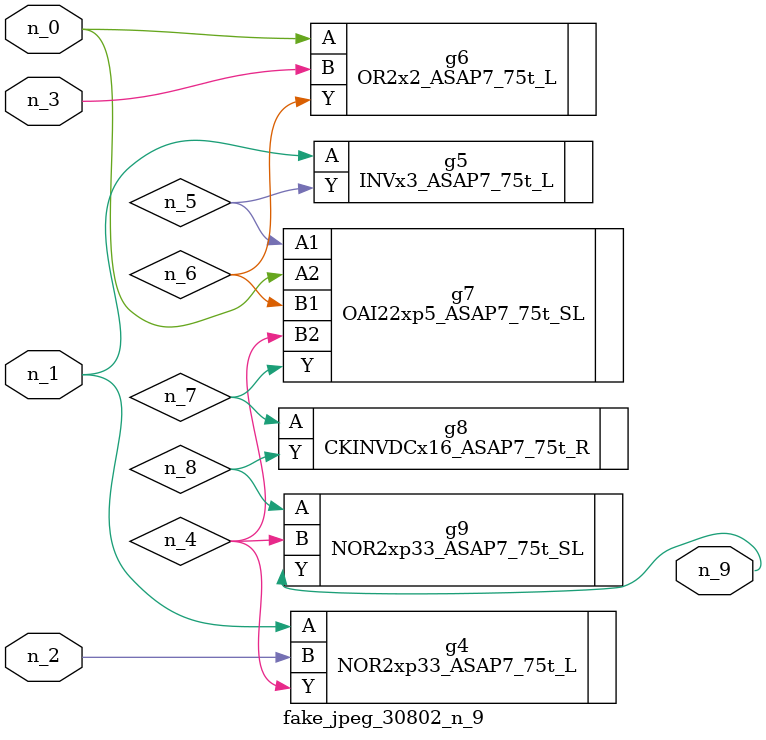
<source format=v>
module fake_jpeg_30802_n_9 (n_0, n_3, n_2, n_1, n_9);

input n_0;
input n_3;
input n_2;
input n_1;

output n_9;

wire n_4;
wire n_8;
wire n_6;
wire n_5;
wire n_7;

NOR2xp33_ASAP7_75t_L g4 ( 
.A(n_1),
.B(n_2),
.Y(n_4)
);

INVx3_ASAP7_75t_L g5 ( 
.A(n_1),
.Y(n_5)
);

OR2x2_ASAP7_75t_L g6 ( 
.A(n_0),
.B(n_3),
.Y(n_6)
);

OAI22xp5_ASAP7_75t_SL g7 ( 
.A1(n_5),
.A2(n_0),
.B1(n_6),
.B2(n_4),
.Y(n_7)
);

CKINVDCx16_ASAP7_75t_R g8 ( 
.A(n_7),
.Y(n_8)
);

NOR2xp33_ASAP7_75t_SL g9 ( 
.A(n_8),
.B(n_4),
.Y(n_9)
);


endmodule
</source>
